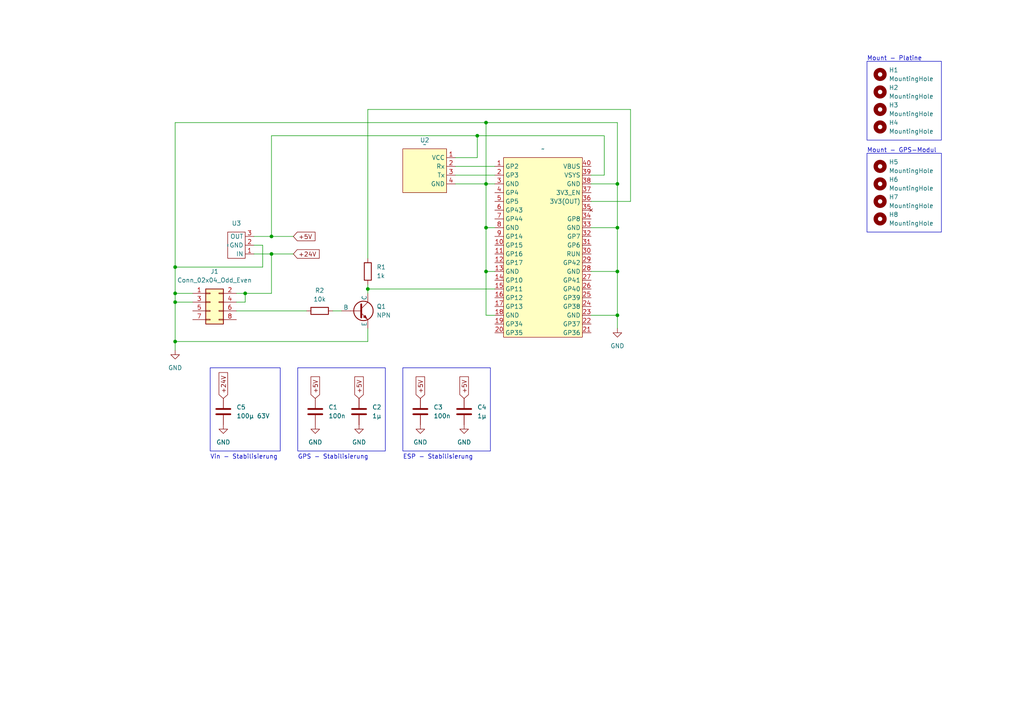
<source format=kicad_sch>
(kicad_sch (version 20230121) (generator eeschema)
  (paper "A4")
  (lib_symbols
    (symbol "Connector_Generic:Conn_02x04_Odd_Even" (pin_names (offset 1.016) hide)
      (property "Reference" "J" (at 1.27 5.08 0))
      (property "Value" "Conn_02x04_Odd_Even" (at 1.27 -7.62 0))
      (symbol "Conn_02x04_Odd_Even_1_1"
        (rectangle (start -1.27 -4.953) (end 0 -5.207) (stroke (width 0.1524)))
        (rectangle (start -1.27 -2.413) (end 0 -2.667) (stroke (width 0.1524)))
        (rectangle (start -1.27 0.127) (end 0 -0.127) (stroke (width 0.1524)))
        (rectangle (start -1.27 2.667) (end 0 2.413) (stroke (width 0.1524)))
        (rectangle (start -1.27 3.81) (end 3.81 -6.35) (stroke (width 0.254)) (fill (type background)))
        (rectangle (start 3.81 -4.953) (end 2.54 -5.207) (stroke (width 0.1524)))
        (rectangle (start 3.81 -2.413) (end 2.54 -2.667) (stroke (width 0.1524)))
        (rectangle (start 3.81 0.127) (end 2.54 -0.127) (stroke (width 0.1524)))
        (rectangle (start 3.81 2.667) (end 2.54 2.413) (stroke (width 0.1524)))
        (pin passive line (at -5.08 2.54 0) (length 3.81) (name "Pin_1") (number "1"))
        (pin passive line (at 7.62 2.54 180) (length 3.81) (name "Pin_2") (number "2"))
        (pin passive line (at -5.08 0 0) (length 3.81) (name "Pin_3") (number "3"))
        (pin passive line (at 7.62 0 180) (length 3.81) (name "Pin_4") (number "4"))
        (pin passive line (at -5.08 -2.54 0) (length 3.81) (name "Pin_5") (number "5"))
        (pin passive line (at 7.62 -2.54 180) (length 3.81) (name "Pin_6") (number "6"))
        (pin passive line (at -5.08 -5.08 0) (length 3.81) (name "Pin_7") (number "7"))
        (pin passive line (at 7.62 -5.08 180) (length 3.81) (name "Pin_8") (number "8"))
      )
    )
    (symbol "Device:C" (pin_numbers hide) (pin_names (offset 0.254))
      (property "Reference" "C" (at 0.635 2.54 0))
      (property "Value" "C" (at 0.635 -2.54 0))
      (symbol "C_0_1"
        (polyline (pts (xy -2.032 -0.762) (xy 2.032 -0.762)) (stroke (width 0.508)))
        (polyline (pts (xy -2.032 0.762) (xy 2.032 0.762)) (stroke (width 0.508)))
      )
      (symbol "C_1_1"
        (pin passive line (at 0 3.81 270) (length 2.794) (name "~") (number "1"))
        (pin passive line (at 0 -3.81 90) (length 2.794) (name "~") (number "2"))
      )
    )
    (symbol "Device:R" (pin_numbers hide) (pin_names (offset 0))
      (property "Reference" "R" (at 2.032 0 90))
      (property "Value" "R" (at 0 0 90))
      (symbol "R_0_1"
        (rectangle (start -1.016 -2.54) (end 1.016 2.54) (stroke (width 0.254)))
      )
      (symbol "R_1_1"
        (pin passive line (at 0 3.81 270) (length 1.27) (name "~") (number "1"))
        (pin passive line (at 0 -3.81 90) (length 1.27) (name "~") (number "2"))
      )
    )
    (symbol "ESP32-S2-LCD:ESP32-S2-LCD"
      (property "Reference" "U" (at 0 0 0))
      (symbol "ESP32-S2-LCD_1_1"
        (rectangle (start -11.43 -2.54) (end 11.43 -54.61) (fill (type background)))
        (pin bidirectional line (at -13.97 -5.08 0) (length 2.54) (name "GP2") (number "1"))
        (pin bidirectional line (at -13.97 -27.94 0) (length 2.54) (name "GP15") (number "10"))
        (pin bidirectional line (at -13.97 -30.48 0) (length 2.54) (name "GP16") (number "11"))
        (pin bidirectional line (at -13.97 -33.02 0) (length 2.54) (name "GP17") (number "12"))
        (pin power_in line (at -13.97 -35.56 0) (length 2.54) (name "GND") (number "13"))
        (pin bidirectional line (at -13.97 -38.1 0) (length 2.54) (name "GP10") (number "14"))
        (pin bidirectional line (at -13.97 -40.64 0) (length 2.54) (name "GP11") (number "15"))
        (pin bidirectional line (at -13.97 -43.18 0) (length 2.54) (name "GP12") (number "16"))
        (pin bidirectional line (at -13.97 -45.72 0) (length 2.54) (name "GP13") (number "17"))
        (pin power_in line (at -13.97 -48.26 0) (length 2.54) (name "GND") (number "18"))
        (pin bidirectional line (at -13.97 -50.8 0) (length 2.54) (name "GP34") (number "19"))
        (pin bidirectional line (at -13.97 -7.62 0) (length 2.54) (name "GP3") (number "2"))
        (pin bidirectional line (at -13.97 -53.34 0) (length 2.54) (name "GP35") (number "20"))
        (pin bidirectional line (at 13.97 -53.34 180) (length 2.54) (name "GP36") (number "21"))
        (pin bidirectional line (at 13.97 -50.8 180) (length 2.54) (name "GP37") (number "22"))
        (pin power_in line (at 13.97 -48.26 180) (length 2.54) (name "GND") (number "23"))
        (pin bidirectional line (at 13.97 -45.72 180) (length 2.54) (name "GP38") (number "24"))
        (pin bidirectional line (at 13.97 -43.18 180) (length 2.54) (name "GP39") (number "25"))
        (pin bidirectional line (at 13.97 -40.64 180) (length 2.54) (name "GP40") (number "26"))
        (pin bidirectional line (at 13.97 -38.1 180) (length 2.54) (name "GP41") (number "27"))
        (pin power_in line (at 13.97 -35.56 180) (length 2.54) (name "GND") (number "28"))
        (pin bidirectional line (at 13.97 -33.02 180) (length 2.54) (name "GP42") (number "29"))
        (pin power_in line (at -13.97 -10.16 0) (length 2.54) (name "GND") (number "3"))
        (pin input line (at 13.97 -30.48 180) (length 2.54) (name "RUN") (number "30"))
        (pin bidirectional line (at 13.97 -27.94 180) (length 2.54) (name "GP6") (number "31"))
        (pin bidirectional line (at 13.97 -25.4 180) (length 2.54) (name "GP7") (number "32"))
        (pin power_in line (at 13.97 -22.86 180) (length 2.54) (name "GND") (number "33"))
        (pin bidirectional line (at 13.97 -20.32 180) (length 2.54) (name "GP8") (number "34"))
        (pin no_connect line (at 13.97 -17.78 180) (length 2.54) (name "") (number "35"))
        (pin output line (at 13.97 -15.24 180) (length 2.54) (name "3V3(OUT)") (number "36"))
        (pin input line (at 13.97 -12.7 180) (length 2.54) (name "3V3_EN") (number "37"))
        (pin power_in line (at 13.97 -10.16 180) (length 2.54) (name "GND") (number "38"))
        (pin power_in line (at 13.97 -7.62 180) (length 2.54) (name "VSYS") (number "39"))
        (pin bidirectional line (at -13.97 -12.7 0) (length 2.54) (name "GP4") (number "4"))
        (pin power_in line (at 13.97 -5.08 180) (length 2.54) (name "VBUS") (number "40"))
        (pin bidirectional line (at -13.97 -15.24 0) (length 2.54) (name "GP5") (number "5"))
        (pin bidirectional line (at -13.97 -17.78 0) (length 2.54) (name "GP43") (number "6"))
        (pin bidirectional line (at -13.97 -20.32 0) (length 2.54) (name "GP44") (number "7"))
        (pin power_in line (at -13.97 -22.86 0) (length 2.54) (name "GND") (number "8"))
        (pin bidirectional line (at -13.97 -25.4 0) (length 2.54) (name "GP14") (number "9"))
      )
    )
    (symbol "ESP32-S2-LCD:GPS"
      (property "Reference" "U" (at 0 0 0))
      (symbol "GPS_1_1"
        (rectangle (start -6.35 -1.27) (end 6.35 -13.97) (fill (type background)))
        (pin power_in line (at 8.89 -3.81 180) (length 2.54) (name "VCC") (number "1"))
        (pin bidirectional line (at 8.89 -6.35 180) (length 2.54) (name "Rx") (number "2"))
        (pin bidirectional line (at 8.89 -8.89 180) (length 2.54) (name "Tx") (number "3"))
        (pin power_in line (at 8.89 -11.43 180) (length 2.54) (name "GND") (number "4"))
      )
    )
    (symbol "ESP32-S2-LCD:Spannungswandler"
      (property "Reference" "U" (at 0 1.27 0))
      (symbol "Spannungswandler_0_1"
        (rectangle (start -3.81 0) (end 3.81 -5.08))
      )
      (symbol "Spannungswandler_1_1"
        (pin input line (at -2.54 -7.62 90) (length 2.54) (name "IN") (number "1"))
        (pin input line (at 0 -7.62 90) (length 2.54) (name "GND") (number "2"))
        (pin output line (at 2.54 -7.62 90) (length 2.54) (name "OUT") (number "3"))
      )
    )
    (symbol "Mechanical:MountingHole" (pin_names (offset 1.016))
      (property "Reference" "H" (at 0 5.08 0))
      (property "Value" "MountingHole" (at 0 3.175 0))
      (symbol "MountingHole_0_1"
        (circle (center 0 0) (radius 1.27) (stroke (width 1.27)))
      )
    )
    (symbol "Simulation_SPICE:NPN" (pin_numbers hide) (pin_names (offset 0))
      (property "Reference" "Q" (at -2.54 7.62 0))
      (property "Value" "NPN" (at -2.54 5.08 0))
      (symbol "NPN_0_1"
        (polyline (pts (xy -2.54 0) (xy 0.635 0)) (stroke (width 0.1524)))
        (polyline (pts (xy 0.635 0.635) (xy 2.54 2.54)))
        (polyline (pts (xy 2.794 -1.27) (xy 2.794 -1.27)) (stroke (width 0.1524)))
        (polyline (pts (xy 2.794 -1.27) (xy 2.794 -1.27)) (stroke (width 0.1524)))
        (polyline (pts (xy 0.635 -0.635) (xy 2.54 -2.54) (xy 2.54 -2.54)))
        (polyline (pts (xy 0.635 1.905) (xy 0.635 -1.905) (xy 0.635 -1.905)) (stroke (width 0.508)))
        (polyline (pts (xy 1.27 -1.778) (xy 1.778 -1.27) (xy 2.286 -2.286) (xy 1.27 -1.778) (xy 1.27 -1.778)) (fill (type outline)))
        (circle (center 1.27 0) (radius 2.8194) (stroke (width 0.254)))
      )
      (symbol "NPN_1_1"
        (pin open_collector line (at 2.54 5.08 270) (length 2.54) (name "C") (number "1"))
        (pin input line (at -5.08 0 0) (length 2.54) (name "B") (number "2"))
        (pin open_emitter line (at 2.54 -5.08 90) (length 2.54) (name "E") (number "3"))
      )
    )
    (symbol "power:GND" (power) (pin_names (offset 0))
      (property "Value" "GND" (at 0 -3.81 0))
      (symbol "GND_0_1"
        (polyline (pts (xy 0 0) (xy 0 -1.27) (xy 1.27 -1.27) (xy 0 -2.54) (xy -1.27 -1.27) (xy 0 -1.27)))
      )
      (symbol "GND_1_1"
        (pin power_in line (at 0 0 270) (length 0) hide (name "GND") (number "1"))
      )
    )
  )
  (junction (at 179.07 91.44))
  (junction (at 106.68 83.82))
  (junction (at 179.07 66.04))
  (junction (at 179.07 53.34))
  (junction (at 71.12 85.09))
  (junction (at 50.8 77.47))
  (junction (at 138.43 39.37))
  (junction (at 140.97 35.56))
  (junction (at 50.8 87.63))
  (junction (at 50.8 85.09))
  (junction (at 140.97 66.04))
  (junction (at 78.74 68.58))
  (junction (at 140.97 78.74))
  (junction (at 140.97 53.34))
  (junction (at 50.8 99.06))
  (junction (at 78.74 73.66))
  (junction (at 179.07 78.74))
  (wire (pts (xy 175.26 39.37) (xy 175.26 50.8)))
  (wire (pts (xy 140.97 35.56) (xy 179.07 35.56)))
  (wire (pts (xy 182.88 58.42) (xy 182.88 31.75)))
  (wire (pts (xy 171.45 91.44) (xy 179.07 91.44)))
  (wire (pts (xy 50.8 85.09) (xy 55.88 85.09)))
  (wire (pts (xy 76.2 71.12) (xy 76.2 77.47)))
  (wire (pts (xy 175.26 50.8) (xy 171.45 50.8)))
  (wire (pts (xy 68.58 85.09) (xy 71.12 85.09)))
  (wire (pts (xy 76.2 77.47) (xy 50.8 77.47)))
  (wire (pts (xy 132.08 48.26) (xy 143.51 48.26)))
  (wire (pts (xy 140.97 66.04) (xy 140.97 53.34)))
  (wire (pts (xy 50.8 87.63) (xy 55.88 87.63)))
  (wire (pts (xy 50.8 35.56) (xy 140.97 35.56)))
  (wire (pts (xy 50.8 35.56) (xy 50.8 77.47)))
  (wire (pts (xy 179.07 53.34) (xy 171.45 53.34)))
  (wire (pts (xy 50.8 77.47) (xy 50.8 85.09)))
  (wire (pts (xy 171.45 66.04) (xy 179.07 66.04)))
  (wire (pts (xy 179.07 66.04) (xy 179.07 53.34)))
  (wire (pts (xy 50.8 99.06) (xy 50.8 101.6)))
  (wire (pts (xy 138.43 45.72) (xy 138.43 39.37)))
  (wire (pts (xy 96.52 90.17) (xy 99.06 90.17)))
  (wire (pts (xy 78.74 73.66) (xy 85.09 73.66)))
  (wire (pts (xy 179.07 78.74) (xy 179.07 66.04)))
  (wire (pts (xy 138.43 39.37) (xy 175.26 39.37)))
  (wire (pts (xy 182.88 31.75) (xy 106.68 31.75)))
  (wire (pts (xy 106.68 83.82) (xy 106.68 85.09)))
  (wire (pts (xy 140.97 66.04) (xy 143.51 66.04)))
  (wire (pts (xy 106.68 99.06) (xy 50.8 99.06)))
  (wire (pts (xy 68.58 90.17) (xy 88.9 90.17)))
  (wire (pts (xy 78.74 68.58) (xy 78.74 39.37)))
  (wire (pts (xy 71.12 87.63) (xy 68.58 87.63)))
  (wire (pts (xy 106.68 82.55) (xy 106.68 83.82)))
  (wire (pts (xy 73.66 68.58) (xy 78.74 68.58)))
  (wire (pts (xy 179.07 35.56) (xy 179.07 53.34)))
  (wire (pts (xy 73.66 71.12) (xy 76.2 71.12)))
  (wire (pts (xy 78.74 73.66) (xy 73.66 73.66)))
  (wire (pts (xy 106.68 31.75) (xy 106.68 74.93)))
  (wire (pts (xy 140.97 78.74) (xy 143.51 78.74)))
  (wire (pts (xy 143.51 91.44) (xy 140.97 91.44)))
  (wire (pts (xy 71.12 85.09) (xy 78.74 85.09)))
  (wire (pts (xy 132.08 50.8) (xy 143.51 50.8)))
  (wire (pts (xy 78.74 85.09) (xy 78.74 73.66)))
  (wire (pts (xy 140.97 91.44) (xy 140.97 78.74)))
  (wire (pts (xy 132.08 53.34) (xy 140.97 53.34)))
  (wire (pts (xy 50.8 85.09) (xy 50.8 87.63)))
  (wire (pts (xy 132.08 45.72) (xy 138.43 45.72)))
  (wire (pts (xy 140.97 78.74) (xy 140.97 66.04)))
  (wire (pts (xy 179.07 91.44) (xy 179.07 78.74)))
  (wire (pts (xy 106.68 95.25) (xy 106.68 99.06)))
  (wire (pts (xy 171.45 58.42) (xy 182.88 58.42)))
  (wire (pts (xy 78.74 68.58) (xy 85.09 68.58)))
  (wire (pts (xy 71.12 85.09) (xy 71.12 87.63)))
  (wire (pts (xy 50.8 87.63) (xy 50.8 99.06)))
  (wire (pts (xy 140.97 53.34) (xy 143.51 53.34)))
  (wire (pts (xy 140.97 35.56) (xy 140.97 53.34)))
  (wire (pts (xy 179.07 91.44) (xy 179.07 95.25)))
  (wire (pts (xy 106.68 83.82) (xy 143.51 83.82)))
  (wire (pts (xy 78.74 39.37) (xy 138.43 39.37)))
  (wire (pts (xy 171.45 78.74) (xy 179.07 78.74)))
  (rectangle (start 60.96 106.68) (end 81.28 130.81))
  (rectangle (start 86.36 106.68) (end 111.76 130.81))
  (rectangle (start 251.46 17.78) (end 273.05 40.64))
  (rectangle (start 116.84 106.68) (end 142.24 130.81))
  (rectangle (start 251.46 44.45) (end 273.05 67.31))
  (text "Mount - Platine" (at 251.46 17.78 0) (effects (font (size 1.27 1.27)) (justify left bottom)))
  (text "Mount - GPS-Modul" (at 251.46 44.45 0) (effects (font (size 1.27 1.27)) (justify left bottom)))
  (text "ESP - Stabilisierung" (at 116.84 133.35 0) (effects (font (size 1.27 1.27)) (justify left bottom)))
  (text "Vin - Stabilisierung" (at 60.96 133.35 0) (effects (font (size 1.27 1.27)) (justify left bottom)))
  (text "GPS - Stabilisierung" (at 86.36 133.35 0) (effects (font (size 1.27 1.27)) (justify left bottom)))
  (global_label "+5V" (shape input) (at 134.62 115.57 90) (property "Intersheetrefs" "${INTERSHEET_REFS}" (effects hide)))
  (global_label "+5V" (shape input) (at 85.09 68.58 0) (property "Intersheetrefs" "${INTERSHEET_REFS}" (effects hide)))
  (global_label "+5V" (shape input) (at 104.14 115.57 90) (property "Intersheetrefs" "${INTERSHEET_REFS}" (effects hide)))
  (global_label "+24V" (shape input) (at 64.77 115.57 90) (property "Intersheetrefs" "${INTERSHEET_REFS}" (effects hide)))
  (global_label "+5V" (shape input) (at 91.44 115.57 90) (property "Intersheetrefs" "${INTERSHEET_REFS}" (effects hide)))
  (global_label "+24V" (shape input) (at 85.09 73.66 0) (property "Intersheetrefs" "${INTERSHEET_REFS}" (effects hide)))
  (global_label "+5V" (shape input) (at 121.92 115.57 90) (property "Intersheetrefs" "${INTERSHEET_REFS}" (effects hide)))
  (symbol (lib_id "Mechanical:MountingHole") (at 255.27 58.42 0) (unit 1)
    (property "Reference" "H7" (at 257.81 57.15 0) (effects (justify left)))
    (property "Value" "MountingHole" (at 257.81 59.69 0) (effects (justify left)))
    (property "Footprint" "MountingHole:MountingHole_2.1mm" (effects hide))
  )
  (symbol (lib_id "Mechanical:MountingHole") (at 255.27 48.26 0) (unit 1)
    (property "Reference" "H5" (at 257.81 46.99 0) (effects (justify left)))
    (property "Value" "MountingHole" (at 257.81 49.53 0) (effects (justify left)))
    (property "Footprint" "MountingHole:MountingHole_2.1mm" (effects hide))
  )
  (symbol (lib_id "power:GND") (at 50.8 101.6 0) (unit 1)
    (property "Reference" "#PWR01" (effects hide))
    (property "Value" "GND" (at 50.8 106.68 0))
  )
  (symbol (lib_id "power:GND") (at 121.92 123.19 0) (unit 1)
    (property "Reference" "#PWR06" (effects hide))
    (property "Value" "GND" (at 121.92 128.27 0))
  )
  (symbol (lib_id "Mechanical:MountingHole") (at 255.27 31.75 0) (unit 1)
    (property "Reference" "H3" (at 257.81 30.48 0) (effects (justify left)))
    (property "Value" "MountingHole" (at 257.81 33.02 0) (effects (justify left)))
    (property "Footprint" "MountingHole:MountingHole_2.1mm" (effects hide))
  )
  (symbol (lib_id "Mechanical:MountingHole") (at 255.27 63.5 0) (unit 1)
    (property "Reference" "H8" (at 257.81 62.23 0) (effects (justify left)))
    (property "Value" "MountingHole" (at 257.81 64.77 0) (effects (justify left)))
    (property "Footprint" "MountingHole:MountingHole_2.1mm" (effects hide))
  )
  (symbol (lib_id "power:GND") (at 64.77 123.19 0) (unit 1)
    (property "Reference" "#PWR03" (effects hide))
    (property "Value" "GND" (at 64.77 128.27 0))
  )
  (symbol (lib_id "Mechanical:MountingHole") (at 255.27 21.59 0) (unit 1)
    (property "Reference" "H1" (at 257.81 20.32 0) (effects (justify left)))
    (property "Value" "MountingHole" (at 257.81 22.86 0) (effects (justify left)))
    (property "Footprint" "MountingHole:MountingHole_2.1mm" (effects hide))
  )
  (symbol (lib_id "ESP32-S2-LCD:Spannungswandler") (at 66.04 71.12 90) (unit 1)
    (property "Reference" "U3" (at 68.58 64.77 90))
    (property "Value" "~" (at 66.04 71.12 0))
    (property "Footprint" "Zeitmessung:DC-DC-Wandler" (effects hide))
  )
  (symbol (lib_id "Connector_Generic:Conn_02x04_Odd_Even") (at 60.96 87.63 0) (unit 1)
    (property "Reference" "J1" (at 62.23 78.74 0))
    (property "Value" "Conn_02x04_Odd_Even" (at 62.23 81.28 0))
    (property "Footprint" "Connector_Samtec_HLE_THT:Samtec_HLE-104-02-xx-DV-TE_2x04_P2.54mm_Horizontal" (effects hide))
  )
  (symbol (lib_id "ESP32-S2-LCD:ESP32-S2-LCD") (at 157.48 43.18 0) (unit 1)
    (property "Reference" "U1" (effects hide))
    (property "Value" "~" (at 157.48 43.18 0))
    (property "Footprint" "Zeitmessung:ESP32-S2-LCD" (effects hide))
  )
  (symbol (lib_id "ESP32-S2-LCD:GPS") (at 123.19 41.91 0) (unit 1)
    (property "Reference" "U2" (at 123.19 40.64 0))
    (property "Value" "~" (at 123.19 41.91 0))
    (property "Footprint" "Zeitmessung:GPS" (effects hide))
  )
  (symbol (lib_id "Device:C") (at 64.77 119.38 0) (unit 1)
    (property "Reference" "C5" (at 68.58 118.11 0) (effects (justify left)))
    (property "Value" "100µ 63V" (at 68.58 120.65 0) (effects (justify left)))
    (property "Footprint" "Capacitor_SMD:C_0805_2012Metric" (effects hide))
  )
  (symbol (lib_id "Device:C") (at 104.14 119.38 0) (unit 1)
    (property "Reference" "C2" (at 107.95 118.11 0) (effects (justify left)))
    (property "Value" "1µ" (at 107.95 120.65 0) (effects (justify left)))
    (property "Footprint" "Capacitor_SMD:C_0805_2012Metric" (effects hide))
  )
  (symbol (lib_id "Mechanical:MountingHole") (at 255.27 36.83 0) (unit 1)
    (property "Reference" "H4" (at 257.81 35.56 0) (effects (justify left)))
    (property "Value" "MountingHole" (at 257.81 38.1 0) (effects (justify left)))
    (property "Footprint" "MountingHole:MountingHole_2.1mm" (effects hide))
  )
  (symbol (lib_id "power:GND") (at 91.44 123.19 0) (unit 1)
    (property "Reference" "#PWR04" (effects hide))
    (property "Value" "GND" (at 91.44 128.27 0))
  )
  (symbol (lib_id "Mechanical:MountingHole") (at 255.27 26.67 0) (unit 1)
    (property "Reference" "H2" (at 257.81 25.4 0) (effects (justify left)))
    (property "Value" "MountingHole" (at 257.81 27.94 0) (effects (justify left)))
    (property "Footprint" "MountingHole:MountingHole_2.1mm" (effects hide))
  )
  (symbol (lib_id "Mechanical:MountingHole") (at 255.27 53.34 0) (unit 1)
    (property "Reference" "H6" (at 257.81 52.07 0) (effects (justify left)))
    (property "Value" "MountingHole" (at 257.81 54.61 0) (effects (justify left)))
    (property "Footprint" "MountingHole:MountingHole_2.1mm" (effects hide))
  )
  (symbol (lib_id "power:GND") (at 104.14 123.19 0) (unit 1)
    (property "Reference" "#PWR05" (effects hide))
    (property "Value" "GND" (at 104.14 128.27 0))
  )
  (symbol (lib_id "Device:C") (at 91.44 119.38 0) (unit 1)
    (property "Reference" "C1" (at 95.25 118.11 0) (effects (justify left)))
    (property "Value" "100n" (at 95.25 120.65 0) (effects (justify left)))
    (property "Footprint" "Capacitor_SMD:C_0805_2012Metric" (effects hide))
  )
  (symbol (lib_id "power:GND") (at 179.07 95.25 0) (unit 1)
    (property "Reference" "#PWR02" (effects hide))
    (property "Value" "GND" (at 179.07 100.33 0))
  )
  (symbol (lib_id "Device:C") (at 121.92 119.38 0) (unit 1)
    (property "Reference" "C3" (at 125.73 118.11 0) (effects (justify left)))
    (property "Value" "100n" (at 125.73 120.65 0) (effects (justify left)))
    (property "Footprint" "Capacitor_SMD:C_0805_2012Metric" (effects hide))
  )
  (symbol (lib_id "Device:R") (at 92.71 90.17 90) (unit 1)
    (property "Reference" "R2" (at 92.71 84.2531 90))
    (property "Value" "10k" (at 92.71 86.7931 90))
    (property "Footprint" "Resistor_THT:R_Axial_DIN0411_L9.9mm_D3.6mm_P15.24mm_Horizontal" (effects hide))
  )
  (symbol (lib_id "Device:C") (at 134.62 119.38 0) (unit 1)
    (property "Reference" "C4" (at 138.43 118.11 0) (effects (justify left)))
    (property "Value" "1µ" (at 138.43 120.65 0) (effects (justify left)))
    (property "Footprint" "Capacitor_SMD:C_0805_2012Metric" (effects hide))
  )
  (symbol (lib_id "Simulation_SPICE:NPN") (at 104.14 90.17 0) (unit 1)
    (property "Reference" "Q1" (at 109.22 88.9 0) (effects (justify left)))
    (property "Value" "NPN" (at 109.22 91.44 0) (effects (justify left)))
    (property "Footprint" "Package_TO_SOT_THT:TO-92" (effects hide))
    (property "Sim.Device" "NPN" (effects hide))
    (property "Sim.Type" "GUMMELPOON" (effects hide))
    (property "Sim.Pins" "1=C 2=B 3=E" (effects hide))
  )
  (symbol (lib_id "power:GND") (at 134.62 123.19 0) (unit 1)
    (property "Reference" "#PWR07" (effects hide))
    (property "Value" "GND" (at 134.62 128.27 0))
  )
  (symbol (lib_id "Device:R") (at 106.68 78.74 0) (unit 1)
    (property "Reference" "R1" (at 109.22 77.47 0) (effects (justify left)))
    (property "Value" "1k" (at 109.22 80.01 0) (effects (justify left)))
    (property "Footprint" "Resistor_THT:R_Axial_DIN0411_L9.9mm_D3.6mm_P15.24mm_Horizontal" (effects hide))
  )
)
</source>
